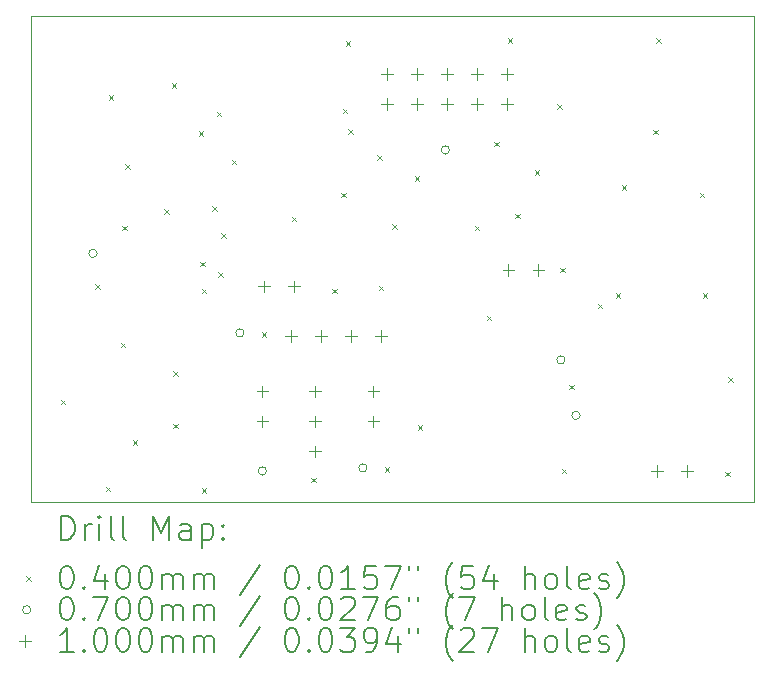
<source format=gbr>
%TF.GenerationSoftware,KiCad,Pcbnew,6.0.11+dfsg-1*%
%TF.CreationDate,2024-04-10T09:56:28+02:00*%
%TF.ProjectId,Nehari_Chauveliere_kicad_TMS,4e656861-7269-45f4-9368-617576656c69,rev?*%
%TF.SameCoordinates,Original*%
%TF.FileFunction,Drillmap*%
%TF.FilePolarity,Positive*%
%FSLAX45Y45*%
G04 Gerber Fmt 4.5, Leading zero omitted, Abs format (unit mm)*
G04 Created by KiCad (PCBNEW 6.0.11+dfsg-1) date 2024-04-10 09:56:28*
%MOMM*%
%LPD*%
G01*
G04 APERTURE LIST*
%ADD10C,0.100000*%
%ADD11C,0.200000*%
%ADD12C,0.040000*%
%ADD13C,0.070000*%
G04 APERTURE END LIST*
D10*
X19964400Y-6489700D02*
X13843000Y-6489700D01*
X13843000Y-6489700D02*
X13843000Y-10604500D01*
X13843000Y-10604500D02*
X19964400Y-10604500D01*
X19964400Y-10604500D02*
X19964400Y-6489700D01*
D11*
D12*
X14089700Y-9733600D02*
X14129700Y-9773600D01*
X14129700Y-9733600D02*
X14089700Y-9773600D01*
X14381800Y-8755700D02*
X14421800Y-8795700D01*
X14421800Y-8755700D02*
X14381800Y-8795700D01*
X14470700Y-10470200D02*
X14510700Y-10510200D01*
X14510700Y-10470200D02*
X14470700Y-10510200D01*
X14496100Y-7155500D02*
X14536100Y-7195500D01*
X14536100Y-7155500D02*
X14496100Y-7195500D01*
X14597700Y-9251000D02*
X14637700Y-9291000D01*
X14637700Y-9251000D02*
X14597700Y-9291000D01*
X14610400Y-8260400D02*
X14650400Y-8300400D01*
X14650400Y-8260400D02*
X14610400Y-8300400D01*
X14635800Y-7739700D02*
X14675800Y-7779700D01*
X14675800Y-7739700D02*
X14635800Y-7779700D01*
X14699300Y-10076500D02*
X14739300Y-10116500D01*
X14739300Y-10076500D02*
X14699300Y-10116500D01*
X14966000Y-8120700D02*
X15006000Y-8160700D01*
X15006000Y-8120700D02*
X14966000Y-8160700D01*
X15029500Y-7053900D02*
X15069500Y-7093900D01*
X15069500Y-7053900D02*
X15029500Y-7093900D01*
X15042200Y-9492300D02*
X15082200Y-9532300D01*
X15082200Y-9492300D02*
X15042200Y-9532300D01*
X15042200Y-9936800D02*
X15082200Y-9976800D01*
X15082200Y-9936800D02*
X15042200Y-9976800D01*
X15258100Y-7460300D02*
X15298100Y-7500300D01*
X15298100Y-7460300D02*
X15258100Y-7500300D01*
X15270800Y-8565200D02*
X15310800Y-8605200D01*
X15310800Y-8565200D02*
X15270800Y-8605200D01*
X15283500Y-8793800D02*
X15323500Y-8833800D01*
X15323500Y-8793800D02*
X15283500Y-8833800D01*
X15283500Y-10482900D02*
X15323500Y-10522900D01*
X15323500Y-10482900D02*
X15283500Y-10522900D01*
X15372400Y-8095300D02*
X15412400Y-8135300D01*
X15412400Y-8095300D02*
X15372400Y-8135300D01*
X15410500Y-7295200D02*
X15450500Y-7335200D01*
X15450500Y-7295200D02*
X15410500Y-7335200D01*
X15422700Y-8654600D02*
X15462700Y-8694600D01*
X15462700Y-8654600D02*
X15422700Y-8694600D01*
X15448600Y-8323900D02*
X15488600Y-8363900D01*
X15488600Y-8323900D02*
X15448600Y-8363900D01*
X15537500Y-7701600D02*
X15577500Y-7741600D01*
X15577500Y-7701600D02*
X15537500Y-7741600D01*
X15791500Y-9162100D02*
X15831500Y-9202100D01*
X15831500Y-9162100D02*
X15791500Y-9202100D01*
X16045500Y-8184200D02*
X16085500Y-8224200D01*
X16085500Y-8184200D02*
X16045500Y-8224200D01*
X16210600Y-10394000D02*
X16250600Y-10434000D01*
X16250600Y-10394000D02*
X16210600Y-10434000D01*
X16388400Y-8793800D02*
X16428400Y-8833800D01*
X16428400Y-8793800D02*
X16388400Y-8833800D01*
X16464600Y-7981000D02*
X16504600Y-8021000D01*
X16504600Y-7981000D02*
X16464600Y-8021000D01*
X16477300Y-7269800D02*
X16517300Y-7309800D01*
X16517300Y-7269800D02*
X16477300Y-7309800D01*
X16502700Y-6698300D02*
X16542700Y-6738300D01*
X16542700Y-6698300D02*
X16502700Y-6738300D01*
X16521535Y-7441035D02*
X16561535Y-7481035D01*
X16561535Y-7441035D02*
X16521535Y-7481035D01*
X16769400Y-7663500D02*
X16809400Y-7703500D01*
X16809400Y-7663500D02*
X16769400Y-7703500D01*
X16782100Y-8768400D02*
X16822100Y-8808400D01*
X16822100Y-8768400D02*
X16782100Y-8808400D01*
X16832900Y-10305100D02*
X16872900Y-10345100D01*
X16872900Y-10305100D02*
X16832900Y-10345100D01*
X16896400Y-8247700D02*
X16936400Y-8287700D01*
X16936400Y-8247700D02*
X16896400Y-8287700D01*
X17086900Y-7841300D02*
X17126900Y-7881300D01*
X17126900Y-7841300D02*
X17086900Y-7881300D01*
X17112300Y-9949500D02*
X17152300Y-9989500D01*
X17152300Y-9949500D02*
X17112300Y-9989500D01*
X17594900Y-8260400D02*
X17634900Y-8300400D01*
X17634900Y-8260400D02*
X17594900Y-8300400D01*
X17696500Y-9022400D02*
X17736500Y-9062400D01*
X17736500Y-9022400D02*
X17696500Y-9062400D01*
X17760000Y-7549200D02*
X17800000Y-7589200D01*
X17800000Y-7549200D02*
X17760000Y-7589200D01*
X17874300Y-6672900D02*
X17914300Y-6712900D01*
X17914300Y-6672900D02*
X17874300Y-6712900D01*
X17937800Y-8158800D02*
X17977800Y-8198800D01*
X17977800Y-8158800D02*
X17937800Y-8198800D01*
X18102900Y-7790500D02*
X18142900Y-7830500D01*
X18142900Y-7790500D02*
X18102900Y-7830500D01*
X18293400Y-7231700D02*
X18333400Y-7271700D01*
X18333400Y-7231700D02*
X18293400Y-7271700D01*
X18318800Y-8616000D02*
X18358800Y-8656000D01*
X18358800Y-8616000D02*
X18318800Y-8656000D01*
X18331500Y-10317800D02*
X18371500Y-10357800D01*
X18371500Y-10317800D02*
X18331500Y-10357800D01*
X18395000Y-9606600D02*
X18435000Y-9646600D01*
X18435000Y-9606600D02*
X18395000Y-9646600D01*
X18636300Y-8920800D02*
X18676300Y-8960800D01*
X18676300Y-8920800D02*
X18636300Y-8960800D01*
X18788700Y-8831900D02*
X18828700Y-8871900D01*
X18828700Y-8831900D02*
X18788700Y-8871900D01*
X18839500Y-7917500D02*
X18879500Y-7957500D01*
X18879500Y-7917500D02*
X18839500Y-7957500D01*
X19106200Y-7447600D02*
X19146200Y-7487600D01*
X19146200Y-7447600D02*
X19106200Y-7487600D01*
X19131600Y-6672900D02*
X19171600Y-6712900D01*
X19171600Y-6672900D02*
X19131600Y-6712900D01*
X19499900Y-7981000D02*
X19539900Y-8021000D01*
X19539900Y-7981000D02*
X19499900Y-8021000D01*
X19525300Y-8831900D02*
X19565300Y-8871900D01*
X19565300Y-8831900D02*
X19525300Y-8871900D01*
X19715800Y-10343200D02*
X19755800Y-10383200D01*
X19755800Y-10343200D02*
X19715800Y-10383200D01*
X19741200Y-9543100D02*
X19781200Y-9583100D01*
X19781200Y-9543100D02*
X19741200Y-9583100D01*
D13*
X14398700Y-8496300D02*
G75*
G03*
X14398700Y-8496300I-35000J0D01*
G01*
X15643300Y-9169400D02*
G75*
G03*
X15643300Y-9169400I-35000J0D01*
G01*
X15833800Y-10337800D02*
G75*
G03*
X15833800Y-10337800I-35000J0D01*
G01*
X16684700Y-10312400D02*
G75*
G03*
X16684700Y-10312400I-35000J0D01*
G01*
X17383200Y-7620000D02*
G75*
G03*
X17383200Y-7620000I-35000J0D01*
G01*
X18361100Y-9398000D02*
G75*
G03*
X18361100Y-9398000I-35000J0D01*
G01*
X18488100Y-9867900D02*
G75*
G03*
X18488100Y-9867900I-35000J0D01*
G01*
D10*
X15798800Y-9615200D02*
X15798800Y-9715200D01*
X15748800Y-9665200D02*
X15848800Y-9665200D01*
X15798800Y-9869200D02*
X15798800Y-9969200D01*
X15748800Y-9919200D02*
X15848800Y-9919200D01*
X15811500Y-8725700D02*
X15811500Y-8825700D01*
X15761500Y-8775700D02*
X15861500Y-8775700D01*
X16040100Y-9144800D02*
X16040100Y-9244800D01*
X15990100Y-9194800D02*
X16090100Y-9194800D01*
X16065500Y-8725700D02*
X16065500Y-8825700D01*
X16015500Y-8775700D02*
X16115500Y-8775700D01*
X16243300Y-9614700D02*
X16243300Y-9714700D01*
X16193300Y-9664700D02*
X16293300Y-9664700D01*
X16243300Y-9868700D02*
X16243300Y-9968700D01*
X16193300Y-9918700D02*
X16293300Y-9918700D01*
X16243300Y-10122700D02*
X16243300Y-10222700D01*
X16193300Y-10172700D02*
X16293300Y-10172700D01*
X16294100Y-9144800D02*
X16294100Y-9244800D01*
X16244100Y-9194800D02*
X16344100Y-9194800D01*
X16548100Y-9144800D02*
X16548100Y-9244800D01*
X16498100Y-9194800D02*
X16598100Y-9194800D01*
X16738600Y-9614700D02*
X16738600Y-9714700D01*
X16688600Y-9664700D02*
X16788600Y-9664700D01*
X16738600Y-9868700D02*
X16738600Y-9968700D01*
X16688600Y-9918700D02*
X16788600Y-9918700D01*
X16802100Y-9144800D02*
X16802100Y-9244800D01*
X16752100Y-9194800D02*
X16852100Y-9194800D01*
X16852900Y-6927380D02*
X16852900Y-7027380D01*
X16802900Y-6977380D02*
X16902900Y-6977380D01*
X16852900Y-7181380D02*
X16852900Y-7281380D01*
X16802900Y-7231380D02*
X16902900Y-7231380D01*
X17106900Y-6927380D02*
X17106900Y-7027380D01*
X17056900Y-6977380D02*
X17156900Y-6977380D01*
X17106900Y-7181380D02*
X17106900Y-7281380D01*
X17056900Y-7231380D02*
X17156900Y-7231380D01*
X17360900Y-6927380D02*
X17360900Y-7027380D01*
X17310900Y-6977380D02*
X17410900Y-6977380D01*
X17360900Y-7181380D02*
X17360900Y-7281380D01*
X17310900Y-7231380D02*
X17410900Y-7231380D01*
X17614900Y-6927380D02*
X17614900Y-7027380D01*
X17564900Y-6977380D02*
X17664900Y-6977380D01*
X17614900Y-7181380D02*
X17614900Y-7281380D01*
X17564900Y-7231380D02*
X17664900Y-7231380D01*
X17868900Y-6927380D02*
X17868900Y-7027380D01*
X17818900Y-6977380D02*
X17918900Y-6977380D01*
X17868900Y-7181380D02*
X17868900Y-7281380D01*
X17818900Y-7231380D02*
X17918900Y-7231380D01*
X17881600Y-8586000D02*
X17881600Y-8686000D01*
X17831600Y-8636000D02*
X17931600Y-8636000D01*
X18135600Y-8586000D02*
X18135600Y-8686000D01*
X18085600Y-8636000D02*
X18185600Y-8636000D01*
X19138900Y-10287800D02*
X19138900Y-10387800D01*
X19088900Y-10337800D02*
X19188900Y-10337800D01*
X19392900Y-10287800D02*
X19392900Y-10387800D01*
X19342900Y-10337800D02*
X19442900Y-10337800D01*
D11*
X14095619Y-10919976D02*
X14095619Y-10719976D01*
X14143238Y-10719976D01*
X14171809Y-10729500D01*
X14190857Y-10748548D01*
X14200381Y-10767595D01*
X14209905Y-10805690D01*
X14209905Y-10834262D01*
X14200381Y-10872357D01*
X14190857Y-10891405D01*
X14171809Y-10910452D01*
X14143238Y-10919976D01*
X14095619Y-10919976D01*
X14295619Y-10919976D02*
X14295619Y-10786643D01*
X14295619Y-10824738D02*
X14305143Y-10805690D01*
X14314667Y-10796167D01*
X14333714Y-10786643D01*
X14352762Y-10786643D01*
X14419428Y-10919976D02*
X14419428Y-10786643D01*
X14419428Y-10719976D02*
X14409905Y-10729500D01*
X14419428Y-10739024D01*
X14428952Y-10729500D01*
X14419428Y-10719976D01*
X14419428Y-10739024D01*
X14543238Y-10919976D02*
X14524190Y-10910452D01*
X14514667Y-10891405D01*
X14514667Y-10719976D01*
X14648000Y-10919976D02*
X14628952Y-10910452D01*
X14619428Y-10891405D01*
X14619428Y-10719976D01*
X14876571Y-10919976D02*
X14876571Y-10719976D01*
X14943238Y-10862833D01*
X15009905Y-10719976D01*
X15009905Y-10919976D01*
X15190857Y-10919976D02*
X15190857Y-10815214D01*
X15181333Y-10796167D01*
X15162286Y-10786643D01*
X15124190Y-10786643D01*
X15105143Y-10796167D01*
X15190857Y-10910452D02*
X15171809Y-10919976D01*
X15124190Y-10919976D01*
X15105143Y-10910452D01*
X15095619Y-10891405D01*
X15095619Y-10872357D01*
X15105143Y-10853310D01*
X15124190Y-10843786D01*
X15171809Y-10843786D01*
X15190857Y-10834262D01*
X15286095Y-10786643D02*
X15286095Y-10986643D01*
X15286095Y-10796167D02*
X15305143Y-10786643D01*
X15343238Y-10786643D01*
X15362286Y-10796167D01*
X15371809Y-10805690D01*
X15381333Y-10824738D01*
X15381333Y-10881881D01*
X15371809Y-10900929D01*
X15362286Y-10910452D01*
X15343238Y-10919976D01*
X15305143Y-10919976D01*
X15286095Y-10910452D01*
X15467048Y-10900929D02*
X15476571Y-10910452D01*
X15467048Y-10919976D01*
X15457524Y-10910452D01*
X15467048Y-10900929D01*
X15467048Y-10919976D01*
X15467048Y-10796167D02*
X15476571Y-10805690D01*
X15467048Y-10815214D01*
X15457524Y-10805690D01*
X15467048Y-10796167D01*
X15467048Y-10815214D01*
D12*
X13798000Y-11229500D02*
X13838000Y-11269500D01*
X13838000Y-11229500D02*
X13798000Y-11269500D01*
D11*
X14133714Y-11139976D02*
X14152762Y-11139976D01*
X14171809Y-11149500D01*
X14181333Y-11159024D01*
X14190857Y-11178071D01*
X14200381Y-11216167D01*
X14200381Y-11263786D01*
X14190857Y-11301881D01*
X14181333Y-11320928D01*
X14171809Y-11330452D01*
X14152762Y-11339976D01*
X14133714Y-11339976D01*
X14114667Y-11330452D01*
X14105143Y-11320928D01*
X14095619Y-11301881D01*
X14086095Y-11263786D01*
X14086095Y-11216167D01*
X14095619Y-11178071D01*
X14105143Y-11159024D01*
X14114667Y-11149500D01*
X14133714Y-11139976D01*
X14286095Y-11320928D02*
X14295619Y-11330452D01*
X14286095Y-11339976D01*
X14276571Y-11330452D01*
X14286095Y-11320928D01*
X14286095Y-11339976D01*
X14467048Y-11206643D02*
X14467048Y-11339976D01*
X14419428Y-11130452D02*
X14371809Y-11273309D01*
X14495619Y-11273309D01*
X14609905Y-11139976D02*
X14628952Y-11139976D01*
X14648000Y-11149500D01*
X14657524Y-11159024D01*
X14667048Y-11178071D01*
X14676571Y-11216167D01*
X14676571Y-11263786D01*
X14667048Y-11301881D01*
X14657524Y-11320928D01*
X14648000Y-11330452D01*
X14628952Y-11339976D01*
X14609905Y-11339976D01*
X14590857Y-11330452D01*
X14581333Y-11320928D01*
X14571809Y-11301881D01*
X14562286Y-11263786D01*
X14562286Y-11216167D01*
X14571809Y-11178071D01*
X14581333Y-11159024D01*
X14590857Y-11149500D01*
X14609905Y-11139976D01*
X14800381Y-11139976D02*
X14819428Y-11139976D01*
X14838476Y-11149500D01*
X14848000Y-11159024D01*
X14857524Y-11178071D01*
X14867048Y-11216167D01*
X14867048Y-11263786D01*
X14857524Y-11301881D01*
X14848000Y-11320928D01*
X14838476Y-11330452D01*
X14819428Y-11339976D01*
X14800381Y-11339976D01*
X14781333Y-11330452D01*
X14771809Y-11320928D01*
X14762286Y-11301881D01*
X14752762Y-11263786D01*
X14752762Y-11216167D01*
X14762286Y-11178071D01*
X14771809Y-11159024D01*
X14781333Y-11149500D01*
X14800381Y-11139976D01*
X14952762Y-11339976D02*
X14952762Y-11206643D01*
X14952762Y-11225690D02*
X14962286Y-11216167D01*
X14981333Y-11206643D01*
X15009905Y-11206643D01*
X15028952Y-11216167D01*
X15038476Y-11235214D01*
X15038476Y-11339976D01*
X15038476Y-11235214D02*
X15048000Y-11216167D01*
X15067048Y-11206643D01*
X15095619Y-11206643D01*
X15114667Y-11216167D01*
X15124190Y-11235214D01*
X15124190Y-11339976D01*
X15219428Y-11339976D02*
X15219428Y-11206643D01*
X15219428Y-11225690D02*
X15228952Y-11216167D01*
X15248000Y-11206643D01*
X15276571Y-11206643D01*
X15295619Y-11216167D01*
X15305143Y-11235214D01*
X15305143Y-11339976D01*
X15305143Y-11235214D02*
X15314667Y-11216167D01*
X15333714Y-11206643D01*
X15362286Y-11206643D01*
X15381333Y-11216167D01*
X15390857Y-11235214D01*
X15390857Y-11339976D01*
X15781333Y-11130452D02*
X15609905Y-11387595D01*
X16038476Y-11139976D02*
X16057524Y-11139976D01*
X16076571Y-11149500D01*
X16086095Y-11159024D01*
X16095619Y-11178071D01*
X16105143Y-11216167D01*
X16105143Y-11263786D01*
X16095619Y-11301881D01*
X16086095Y-11320928D01*
X16076571Y-11330452D01*
X16057524Y-11339976D01*
X16038476Y-11339976D01*
X16019428Y-11330452D01*
X16009905Y-11320928D01*
X16000381Y-11301881D01*
X15990857Y-11263786D01*
X15990857Y-11216167D01*
X16000381Y-11178071D01*
X16009905Y-11159024D01*
X16019428Y-11149500D01*
X16038476Y-11139976D01*
X16190857Y-11320928D02*
X16200381Y-11330452D01*
X16190857Y-11339976D01*
X16181333Y-11330452D01*
X16190857Y-11320928D01*
X16190857Y-11339976D01*
X16324190Y-11139976D02*
X16343238Y-11139976D01*
X16362286Y-11149500D01*
X16371809Y-11159024D01*
X16381333Y-11178071D01*
X16390857Y-11216167D01*
X16390857Y-11263786D01*
X16381333Y-11301881D01*
X16371809Y-11320928D01*
X16362286Y-11330452D01*
X16343238Y-11339976D01*
X16324190Y-11339976D01*
X16305143Y-11330452D01*
X16295619Y-11320928D01*
X16286095Y-11301881D01*
X16276571Y-11263786D01*
X16276571Y-11216167D01*
X16286095Y-11178071D01*
X16295619Y-11159024D01*
X16305143Y-11149500D01*
X16324190Y-11139976D01*
X16581333Y-11339976D02*
X16467048Y-11339976D01*
X16524190Y-11339976D02*
X16524190Y-11139976D01*
X16505143Y-11168548D01*
X16486095Y-11187595D01*
X16467048Y-11197119D01*
X16762286Y-11139976D02*
X16667048Y-11139976D01*
X16657524Y-11235214D01*
X16667048Y-11225690D01*
X16686095Y-11216167D01*
X16733714Y-11216167D01*
X16752762Y-11225690D01*
X16762286Y-11235214D01*
X16771809Y-11254262D01*
X16771809Y-11301881D01*
X16762286Y-11320928D01*
X16752762Y-11330452D01*
X16733714Y-11339976D01*
X16686095Y-11339976D01*
X16667048Y-11330452D01*
X16657524Y-11320928D01*
X16838476Y-11139976D02*
X16971810Y-11139976D01*
X16886095Y-11339976D01*
X17038476Y-11139976D02*
X17038476Y-11178071D01*
X17114667Y-11139976D02*
X17114667Y-11178071D01*
X17409905Y-11416167D02*
X17400381Y-11406643D01*
X17381333Y-11378071D01*
X17371810Y-11359024D01*
X17362286Y-11330452D01*
X17352762Y-11282833D01*
X17352762Y-11244738D01*
X17362286Y-11197119D01*
X17371810Y-11168548D01*
X17381333Y-11149500D01*
X17400381Y-11120929D01*
X17409905Y-11111405D01*
X17581333Y-11139976D02*
X17486095Y-11139976D01*
X17476571Y-11235214D01*
X17486095Y-11225690D01*
X17505143Y-11216167D01*
X17552762Y-11216167D01*
X17571810Y-11225690D01*
X17581333Y-11235214D01*
X17590857Y-11254262D01*
X17590857Y-11301881D01*
X17581333Y-11320928D01*
X17571810Y-11330452D01*
X17552762Y-11339976D01*
X17505143Y-11339976D01*
X17486095Y-11330452D01*
X17476571Y-11320928D01*
X17762286Y-11206643D02*
X17762286Y-11339976D01*
X17714667Y-11130452D02*
X17667048Y-11273309D01*
X17790857Y-11273309D01*
X18019429Y-11339976D02*
X18019429Y-11139976D01*
X18105143Y-11339976D02*
X18105143Y-11235214D01*
X18095619Y-11216167D01*
X18076571Y-11206643D01*
X18048000Y-11206643D01*
X18028952Y-11216167D01*
X18019429Y-11225690D01*
X18228952Y-11339976D02*
X18209905Y-11330452D01*
X18200381Y-11320928D01*
X18190857Y-11301881D01*
X18190857Y-11244738D01*
X18200381Y-11225690D01*
X18209905Y-11216167D01*
X18228952Y-11206643D01*
X18257524Y-11206643D01*
X18276571Y-11216167D01*
X18286095Y-11225690D01*
X18295619Y-11244738D01*
X18295619Y-11301881D01*
X18286095Y-11320928D01*
X18276571Y-11330452D01*
X18257524Y-11339976D01*
X18228952Y-11339976D01*
X18409905Y-11339976D02*
X18390857Y-11330452D01*
X18381333Y-11311405D01*
X18381333Y-11139976D01*
X18562286Y-11330452D02*
X18543238Y-11339976D01*
X18505143Y-11339976D01*
X18486095Y-11330452D01*
X18476571Y-11311405D01*
X18476571Y-11235214D01*
X18486095Y-11216167D01*
X18505143Y-11206643D01*
X18543238Y-11206643D01*
X18562286Y-11216167D01*
X18571810Y-11235214D01*
X18571810Y-11254262D01*
X18476571Y-11273309D01*
X18648000Y-11330452D02*
X18667048Y-11339976D01*
X18705143Y-11339976D01*
X18724190Y-11330452D01*
X18733714Y-11311405D01*
X18733714Y-11301881D01*
X18724190Y-11282833D01*
X18705143Y-11273309D01*
X18676571Y-11273309D01*
X18657524Y-11263786D01*
X18648000Y-11244738D01*
X18648000Y-11235214D01*
X18657524Y-11216167D01*
X18676571Y-11206643D01*
X18705143Y-11206643D01*
X18724190Y-11216167D01*
X18800381Y-11416167D02*
X18809905Y-11406643D01*
X18828952Y-11378071D01*
X18838476Y-11359024D01*
X18848000Y-11330452D01*
X18857524Y-11282833D01*
X18857524Y-11244738D01*
X18848000Y-11197119D01*
X18838476Y-11168548D01*
X18828952Y-11149500D01*
X18809905Y-11120929D01*
X18800381Y-11111405D01*
D13*
X13838000Y-11513500D02*
G75*
G03*
X13838000Y-11513500I-35000J0D01*
G01*
D11*
X14133714Y-11403976D02*
X14152762Y-11403976D01*
X14171809Y-11413500D01*
X14181333Y-11423024D01*
X14190857Y-11442071D01*
X14200381Y-11480167D01*
X14200381Y-11527786D01*
X14190857Y-11565881D01*
X14181333Y-11584928D01*
X14171809Y-11594452D01*
X14152762Y-11603976D01*
X14133714Y-11603976D01*
X14114667Y-11594452D01*
X14105143Y-11584928D01*
X14095619Y-11565881D01*
X14086095Y-11527786D01*
X14086095Y-11480167D01*
X14095619Y-11442071D01*
X14105143Y-11423024D01*
X14114667Y-11413500D01*
X14133714Y-11403976D01*
X14286095Y-11584928D02*
X14295619Y-11594452D01*
X14286095Y-11603976D01*
X14276571Y-11594452D01*
X14286095Y-11584928D01*
X14286095Y-11603976D01*
X14362286Y-11403976D02*
X14495619Y-11403976D01*
X14409905Y-11603976D01*
X14609905Y-11403976D02*
X14628952Y-11403976D01*
X14648000Y-11413500D01*
X14657524Y-11423024D01*
X14667048Y-11442071D01*
X14676571Y-11480167D01*
X14676571Y-11527786D01*
X14667048Y-11565881D01*
X14657524Y-11584928D01*
X14648000Y-11594452D01*
X14628952Y-11603976D01*
X14609905Y-11603976D01*
X14590857Y-11594452D01*
X14581333Y-11584928D01*
X14571809Y-11565881D01*
X14562286Y-11527786D01*
X14562286Y-11480167D01*
X14571809Y-11442071D01*
X14581333Y-11423024D01*
X14590857Y-11413500D01*
X14609905Y-11403976D01*
X14800381Y-11403976D02*
X14819428Y-11403976D01*
X14838476Y-11413500D01*
X14848000Y-11423024D01*
X14857524Y-11442071D01*
X14867048Y-11480167D01*
X14867048Y-11527786D01*
X14857524Y-11565881D01*
X14848000Y-11584928D01*
X14838476Y-11594452D01*
X14819428Y-11603976D01*
X14800381Y-11603976D01*
X14781333Y-11594452D01*
X14771809Y-11584928D01*
X14762286Y-11565881D01*
X14752762Y-11527786D01*
X14752762Y-11480167D01*
X14762286Y-11442071D01*
X14771809Y-11423024D01*
X14781333Y-11413500D01*
X14800381Y-11403976D01*
X14952762Y-11603976D02*
X14952762Y-11470643D01*
X14952762Y-11489690D02*
X14962286Y-11480167D01*
X14981333Y-11470643D01*
X15009905Y-11470643D01*
X15028952Y-11480167D01*
X15038476Y-11499214D01*
X15038476Y-11603976D01*
X15038476Y-11499214D02*
X15048000Y-11480167D01*
X15067048Y-11470643D01*
X15095619Y-11470643D01*
X15114667Y-11480167D01*
X15124190Y-11499214D01*
X15124190Y-11603976D01*
X15219428Y-11603976D02*
X15219428Y-11470643D01*
X15219428Y-11489690D02*
X15228952Y-11480167D01*
X15248000Y-11470643D01*
X15276571Y-11470643D01*
X15295619Y-11480167D01*
X15305143Y-11499214D01*
X15305143Y-11603976D01*
X15305143Y-11499214D02*
X15314667Y-11480167D01*
X15333714Y-11470643D01*
X15362286Y-11470643D01*
X15381333Y-11480167D01*
X15390857Y-11499214D01*
X15390857Y-11603976D01*
X15781333Y-11394452D02*
X15609905Y-11651595D01*
X16038476Y-11403976D02*
X16057524Y-11403976D01*
X16076571Y-11413500D01*
X16086095Y-11423024D01*
X16095619Y-11442071D01*
X16105143Y-11480167D01*
X16105143Y-11527786D01*
X16095619Y-11565881D01*
X16086095Y-11584928D01*
X16076571Y-11594452D01*
X16057524Y-11603976D01*
X16038476Y-11603976D01*
X16019428Y-11594452D01*
X16009905Y-11584928D01*
X16000381Y-11565881D01*
X15990857Y-11527786D01*
X15990857Y-11480167D01*
X16000381Y-11442071D01*
X16009905Y-11423024D01*
X16019428Y-11413500D01*
X16038476Y-11403976D01*
X16190857Y-11584928D02*
X16200381Y-11594452D01*
X16190857Y-11603976D01*
X16181333Y-11594452D01*
X16190857Y-11584928D01*
X16190857Y-11603976D01*
X16324190Y-11403976D02*
X16343238Y-11403976D01*
X16362286Y-11413500D01*
X16371809Y-11423024D01*
X16381333Y-11442071D01*
X16390857Y-11480167D01*
X16390857Y-11527786D01*
X16381333Y-11565881D01*
X16371809Y-11584928D01*
X16362286Y-11594452D01*
X16343238Y-11603976D01*
X16324190Y-11603976D01*
X16305143Y-11594452D01*
X16295619Y-11584928D01*
X16286095Y-11565881D01*
X16276571Y-11527786D01*
X16276571Y-11480167D01*
X16286095Y-11442071D01*
X16295619Y-11423024D01*
X16305143Y-11413500D01*
X16324190Y-11403976D01*
X16467048Y-11423024D02*
X16476571Y-11413500D01*
X16495619Y-11403976D01*
X16543238Y-11403976D01*
X16562286Y-11413500D01*
X16571809Y-11423024D01*
X16581333Y-11442071D01*
X16581333Y-11461119D01*
X16571809Y-11489690D01*
X16457524Y-11603976D01*
X16581333Y-11603976D01*
X16648000Y-11403976D02*
X16781333Y-11403976D01*
X16695619Y-11603976D01*
X16943238Y-11403976D02*
X16905143Y-11403976D01*
X16886095Y-11413500D01*
X16876571Y-11423024D01*
X16857524Y-11451595D01*
X16848000Y-11489690D01*
X16848000Y-11565881D01*
X16857524Y-11584928D01*
X16867048Y-11594452D01*
X16886095Y-11603976D01*
X16924190Y-11603976D01*
X16943238Y-11594452D01*
X16952762Y-11584928D01*
X16962286Y-11565881D01*
X16962286Y-11518262D01*
X16952762Y-11499214D01*
X16943238Y-11489690D01*
X16924190Y-11480167D01*
X16886095Y-11480167D01*
X16867048Y-11489690D01*
X16857524Y-11499214D01*
X16848000Y-11518262D01*
X17038476Y-11403976D02*
X17038476Y-11442071D01*
X17114667Y-11403976D02*
X17114667Y-11442071D01*
X17409905Y-11680167D02*
X17400381Y-11670643D01*
X17381333Y-11642071D01*
X17371810Y-11623024D01*
X17362286Y-11594452D01*
X17352762Y-11546833D01*
X17352762Y-11508738D01*
X17362286Y-11461119D01*
X17371810Y-11432548D01*
X17381333Y-11413500D01*
X17400381Y-11384928D01*
X17409905Y-11375405D01*
X17467048Y-11403976D02*
X17600381Y-11403976D01*
X17514667Y-11603976D01*
X17828952Y-11603976D02*
X17828952Y-11403976D01*
X17914667Y-11603976D02*
X17914667Y-11499214D01*
X17905143Y-11480167D01*
X17886095Y-11470643D01*
X17857524Y-11470643D01*
X17838476Y-11480167D01*
X17828952Y-11489690D01*
X18038476Y-11603976D02*
X18019429Y-11594452D01*
X18009905Y-11584928D01*
X18000381Y-11565881D01*
X18000381Y-11508738D01*
X18009905Y-11489690D01*
X18019429Y-11480167D01*
X18038476Y-11470643D01*
X18067048Y-11470643D01*
X18086095Y-11480167D01*
X18095619Y-11489690D01*
X18105143Y-11508738D01*
X18105143Y-11565881D01*
X18095619Y-11584928D01*
X18086095Y-11594452D01*
X18067048Y-11603976D01*
X18038476Y-11603976D01*
X18219429Y-11603976D02*
X18200381Y-11594452D01*
X18190857Y-11575405D01*
X18190857Y-11403976D01*
X18371810Y-11594452D02*
X18352762Y-11603976D01*
X18314667Y-11603976D01*
X18295619Y-11594452D01*
X18286095Y-11575405D01*
X18286095Y-11499214D01*
X18295619Y-11480167D01*
X18314667Y-11470643D01*
X18352762Y-11470643D01*
X18371810Y-11480167D01*
X18381333Y-11499214D01*
X18381333Y-11518262D01*
X18286095Y-11537309D01*
X18457524Y-11594452D02*
X18476571Y-11603976D01*
X18514667Y-11603976D01*
X18533714Y-11594452D01*
X18543238Y-11575405D01*
X18543238Y-11565881D01*
X18533714Y-11546833D01*
X18514667Y-11537309D01*
X18486095Y-11537309D01*
X18467048Y-11527786D01*
X18457524Y-11508738D01*
X18457524Y-11499214D01*
X18467048Y-11480167D01*
X18486095Y-11470643D01*
X18514667Y-11470643D01*
X18533714Y-11480167D01*
X18609905Y-11680167D02*
X18619429Y-11670643D01*
X18638476Y-11642071D01*
X18648000Y-11623024D01*
X18657524Y-11594452D01*
X18667048Y-11546833D01*
X18667048Y-11508738D01*
X18657524Y-11461119D01*
X18648000Y-11432548D01*
X18638476Y-11413500D01*
X18619429Y-11384928D01*
X18609905Y-11375405D01*
D10*
X13788000Y-11727500D02*
X13788000Y-11827500D01*
X13738000Y-11777500D02*
X13838000Y-11777500D01*
D11*
X14200381Y-11867976D02*
X14086095Y-11867976D01*
X14143238Y-11867976D02*
X14143238Y-11667976D01*
X14124190Y-11696548D01*
X14105143Y-11715595D01*
X14086095Y-11725119D01*
X14286095Y-11848928D02*
X14295619Y-11858452D01*
X14286095Y-11867976D01*
X14276571Y-11858452D01*
X14286095Y-11848928D01*
X14286095Y-11867976D01*
X14419428Y-11667976D02*
X14438476Y-11667976D01*
X14457524Y-11677500D01*
X14467048Y-11687024D01*
X14476571Y-11706071D01*
X14486095Y-11744167D01*
X14486095Y-11791786D01*
X14476571Y-11829881D01*
X14467048Y-11848928D01*
X14457524Y-11858452D01*
X14438476Y-11867976D01*
X14419428Y-11867976D01*
X14400381Y-11858452D01*
X14390857Y-11848928D01*
X14381333Y-11829881D01*
X14371809Y-11791786D01*
X14371809Y-11744167D01*
X14381333Y-11706071D01*
X14390857Y-11687024D01*
X14400381Y-11677500D01*
X14419428Y-11667976D01*
X14609905Y-11667976D02*
X14628952Y-11667976D01*
X14648000Y-11677500D01*
X14657524Y-11687024D01*
X14667048Y-11706071D01*
X14676571Y-11744167D01*
X14676571Y-11791786D01*
X14667048Y-11829881D01*
X14657524Y-11848928D01*
X14648000Y-11858452D01*
X14628952Y-11867976D01*
X14609905Y-11867976D01*
X14590857Y-11858452D01*
X14581333Y-11848928D01*
X14571809Y-11829881D01*
X14562286Y-11791786D01*
X14562286Y-11744167D01*
X14571809Y-11706071D01*
X14581333Y-11687024D01*
X14590857Y-11677500D01*
X14609905Y-11667976D01*
X14800381Y-11667976D02*
X14819428Y-11667976D01*
X14838476Y-11677500D01*
X14848000Y-11687024D01*
X14857524Y-11706071D01*
X14867048Y-11744167D01*
X14867048Y-11791786D01*
X14857524Y-11829881D01*
X14848000Y-11848928D01*
X14838476Y-11858452D01*
X14819428Y-11867976D01*
X14800381Y-11867976D01*
X14781333Y-11858452D01*
X14771809Y-11848928D01*
X14762286Y-11829881D01*
X14752762Y-11791786D01*
X14752762Y-11744167D01*
X14762286Y-11706071D01*
X14771809Y-11687024D01*
X14781333Y-11677500D01*
X14800381Y-11667976D01*
X14952762Y-11867976D02*
X14952762Y-11734643D01*
X14952762Y-11753690D02*
X14962286Y-11744167D01*
X14981333Y-11734643D01*
X15009905Y-11734643D01*
X15028952Y-11744167D01*
X15038476Y-11763214D01*
X15038476Y-11867976D01*
X15038476Y-11763214D02*
X15048000Y-11744167D01*
X15067048Y-11734643D01*
X15095619Y-11734643D01*
X15114667Y-11744167D01*
X15124190Y-11763214D01*
X15124190Y-11867976D01*
X15219428Y-11867976D02*
X15219428Y-11734643D01*
X15219428Y-11753690D02*
X15228952Y-11744167D01*
X15248000Y-11734643D01*
X15276571Y-11734643D01*
X15295619Y-11744167D01*
X15305143Y-11763214D01*
X15305143Y-11867976D01*
X15305143Y-11763214D02*
X15314667Y-11744167D01*
X15333714Y-11734643D01*
X15362286Y-11734643D01*
X15381333Y-11744167D01*
X15390857Y-11763214D01*
X15390857Y-11867976D01*
X15781333Y-11658452D02*
X15609905Y-11915595D01*
X16038476Y-11667976D02*
X16057524Y-11667976D01*
X16076571Y-11677500D01*
X16086095Y-11687024D01*
X16095619Y-11706071D01*
X16105143Y-11744167D01*
X16105143Y-11791786D01*
X16095619Y-11829881D01*
X16086095Y-11848928D01*
X16076571Y-11858452D01*
X16057524Y-11867976D01*
X16038476Y-11867976D01*
X16019428Y-11858452D01*
X16009905Y-11848928D01*
X16000381Y-11829881D01*
X15990857Y-11791786D01*
X15990857Y-11744167D01*
X16000381Y-11706071D01*
X16009905Y-11687024D01*
X16019428Y-11677500D01*
X16038476Y-11667976D01*
X16190857Y-11848928D02*
X16200381Y-11858452D01*
X16190857Y-11867976D01*
X16181333Y-11858452D01*
X16190857Y-11848928D01*
X16190857Y-11867976D01*
X16324190Y-11667976D02*
X16343238Y-11667976D01*
X16362286Y-11677500D01*
X16371809Y-11687024D01*
X16381333Y-11706071D01*
X16390857Y-11744167D01*
X16390857Y-11791786D01*
X16381333Y-11829881D01*
X16371809Y-11848928D01*
X16362286Y-11858452D01*
X16343238Y-11867976D01*
X16324190Y-11867976D01*
X16305143Y-11858452D01*
X16295619Y-11848928D01*
X16286095Y-11829881D01*
X16276571Y-11791786D01*
X16276571Y-11744167D01*
X16286095Y-11706071D01*
X16295619Y-11687024D01*
X16305143Y-11677500D01*
X16324190Y-11667976D01*
X16457524Y-11667976D02*
X16581333Y-11667976D01*
X16514667Y-11744167D01*
X16543238Y-11744167D01*
X16562286Y-11753690D01*
X16571809Y-11763214D01*
X16581333Y-11782262D01*
X16581333Y-11829881D01*
X16571809Y-11848928D01*
X16562286Y-11858452D01*
X16543238Y-11867976D01*
X16486095Y-11867976D01*
X16467048Y-11858452D01*
X16457524Y-11848928D01*
X16676571Y-11867976D02*
X16714667Y-11867976D01*
X16733714Y-11858452D01*
X16743238Y-11848928D01*
X16762286Y-11820357D01*
X16771809Y-11782262D01*
X16771809Y-11706071D01*
X16762286Y-11687024D01*
X16752762Y-11677500D01*
X16733714Y-11667976D01*
X16695619Y-11667976D01*
X16676571Y-11677500D01*
X16667048Y-11687024D01*
X16657524Y-11706071D01*
X16657524Y-11753690D01*
X16667048Y-11772738D01*
X16676571Y-11782262D01*
X16695619Y-11791786D01*
X16733714Y-11791786D01*
X16752762Y-11782262D01*
X16762286Y-11772738D01*
X16771809Y-11753690D01*
X16943238Y-11734643D02*
X16943238Y-11867976D01*
X16895619Y-11658452D02*
X16848000Y-11801309D01*
X16971810Y-11801309D01*
X17038476Y-11667976D02*
X17038476Y-11706071D01*
X17114667Y-11667976D02*
X17114667Y-11706071D01*
X17409905Y-11944167D02*
X17400381Y-11934643D01*
X17381333Y-11906071D01*
X17371810Y-11887024D01*
X17362286Y-11858452D01*
X17352762Y-11810833D01*
X17352762Y-11772738D01*
X17362286Y-11725119D01*
X17371810Y-11696548D01*
X17381333Y-11677500D01*
X17400381Y-11648928D01*
X17409905Y-11639405D01*
X17476571Y-11687024D02*
X17486095Y-11677500D01*
X17505143Y-11667976D01*
X17552762Y-11667976D01*
X17571810Y-11677500D01*
X17581333Y-11687024D01*
X17590857Y-11706071D01*
X17590857Y-11725119D01*
X17581333Y-11753690D01*
X17467048Y-11867976D01*
X17590857Y-11867976D01*
X17657524Y-11667976D02*
X17790857Y-11667976D01*
X17705143Y-11867976D01*
X18019429Y-11867976D02*
X18019429Y-11667976D01*
X18105143Y-11867976D02*
X18105143Y-11763214D01*
X18095619Y-11744167D01*
X18076571Y-11734643D01*
X18048000Y-11734643D01*
X18028952Y-11744167D01*
X18019429Y-11753690D01*
X18228952Y-11867976D02*
X18209905Y-11858452D01*
X18200381Y-11848928D01*
X18190857Y-11829881D01*
X18190857Y-11772738D01*
X18200381Y-11753690D01*
X18209905Y-11744167D01*
X18228952Y-11734643D01*
X18257524Y-11734643D01*
X18276571Y-11744167D01*
X18286095Y-11753690D01*
X18295619Y-11772738D01*
X18295619Y-11829881D01*
X18286095Y-11848928D01*
X18276571Y-11858452D01*
X18257524Y-11867976D01*
X18228952Y-11867976D01*
X18409905Y-11867976D02*
X18390857Y-11858452D01*
X18381333Y-11839405D01*
X18381333Y-11667976D01*
X18562286Y-11858452D02*
X18543238Y-11867976D01*
X18505143Y-11867976D01*
X18486095Y-11858452D01*
X18476571Y-11839405D01*
X18476571Y-11763214D01*
X18486095Y-11744167D01*
X18505143Y-11734643D01*
X18543238Y-11734643D01*
X18562286Y-11744167D01*
X18571810Y-11763214D01*
X18571810Y-11782262D01*
X18476571Y-11801309D01*
X18648000Y-11858452D02*
X18667048Y-11867976D01*
X18705143Y-11867976D01*
X18724190Y-11858452D01*
X18733714Y-11839405D01*
X18733714Y-11829881D01*
X18724190Y-11810833D01*
X18705143Y-11801309D01*
X18676571Y-11801309D01*
X18657524Y-11791786D01*
X18648000Y-11772738D01*
X18648000Y-11763214D01*
X18657524Y-11744167D01*
X18676571Y-11734643D01*
X18705143Y-11734643D01*
X18724190Y-11744167D01*
X18800381Y-11944167D02*
X18809905Y-11934643D01*
X18828952Y-11906071D01*
X18838476Y-11887024D01*
X18848000Y-11858452D01*
X18857524Y-11810833D01*
X18857524Y-11772738D01*
X18848000Y-11725119D01*
X18838476Y-11696548D01*
X18828952Y-11677500D01*
X18809905Y-11648928D01*
X18800381Y-11639405D01*
M02*

</source>
